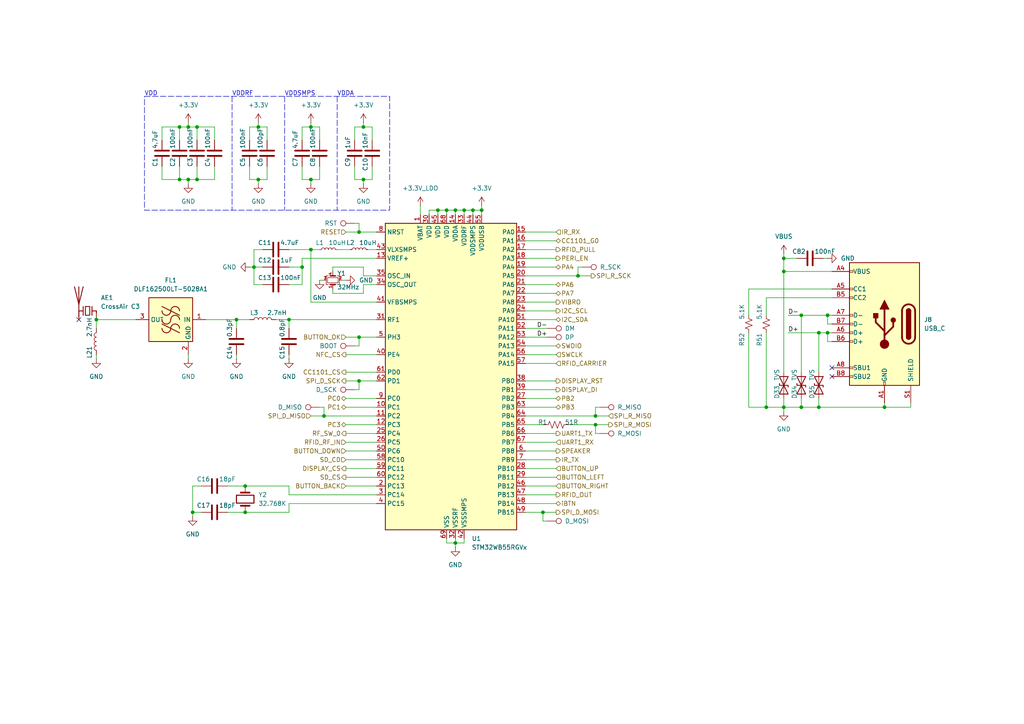
<source format=kicad_sch>
(kicad_sch (version 20231120) (generator "eeschema") (generator_version "8.0")
  (paper "A4")
  (lib_symbols
    (symbol "Connector:TestPoint" (pin_numbers hide) (pin_names (offset 0.762) hide)
      (property "Reference" "TP" (at 0 6.858 0))
      (property "Value" "TestPoint" (at 0 5.08 0))
      (symbol "TestPoint_1_1"
        (pin passive line (at 0 0 90) (length 2.54) (name "1") (number "1"))
      )
    )
    (symbol "Connector:USB_C_Receptacle_USB2.0_16P" (pin_names (offset 1.016))
      (property "Reference" "J" (at 0 22.225 0))
      (property "Value" "USB_C_Receptacle_USB2.0_16P" (at 0 19.685 0))
      (symbol "USB_C_Receptacle_USB2.0_16P_1_1"
        (pin passive line (at 0 -22.86 90) (length 5.08) (name "GND") (number "A1"))
        (pin passive line (at 0 -22.86 90) (length 5.08) hide (name "GND") (number "A12"))
        (pin passive line (at 15.24 15.24 180) (length 5.08) (name "VBUS") (number "A4"))
        (pin bidirectional line (at 15.24 10.16 180) (length 5.08) (name "CC1") (number "A5"))
        (pin bidirectional line (at 15.24 -2.54 180) (length 5.08) (name "D+") (number "A6"))
        (pin bidirectional line (at 15.24 2.54 180) (length 5.08) (name "D-") (number "A7"))
        (pin bidirectional line (at 15.24 -12.7 180) (length 5.08) (name "SBU1") (number "A8"))
        (pin passive line (at 15.24 15.24 180) (length 5.08) hide (name "VBUS") (number "A9"))
        (pin passive line (at 0 -22.86 90) (length 5.08) hide (name "GND") (number "B1"))
        (pin passive line (at 0 -22.86 90) (length 5.08) hide (name "GND") (number "B12"))
        (pin passive line (at 15.24 15.24 180) (length 5.08) hide (name "VBUS") (number "B4"))
        (pin bidirectional line (at 15.24 7.62 180) (length 5.08) (name "CC2") (number "B5"))
        (pin bidirectional line (at 15.24 -5.08 180) (length 5.08) (name "D+") (number "B6"))
        (pin bidirectional line (at 15.24 0 180) (length 5.08) (name "D-") (number "B7"))
        (pin bidirectional line (at 15.24 -15.24 180) (length 5.08) (name "SBU2") (number "B8"))
        (pin passive line (at 15.24 15.24 180) (length 5.08) hide (name "VBUS") (number "B9"))
        (pin passive line (at -7.62 -22.86 90) (length 5.08) (name "SHIELD") (number "S1"))
      )
    )
    (symbol "Device:Antenna_Chip" (pin_numbers hide) (pin_names (offset 1.016) hide)
      (property "Reference" "AE" (at 0 5.08 0))
      (property "Value" "Antenna_Chip" (at 0 3.175 0))
      (symbol "Antenna_Chip_1_1"
        (pin input line (at -2.54 -2.54 90) (length 2.54) (name "FEED") (number "1"))
        (pin passive line (at 2.54 -2.54 90) (length 2.54) (name "PCB_Trace") (number "2"))
      )
    )
    (symbol "Device:C" (pin_numbers hide) (pin_names (offset 0.254))
      (property "Reference" "C" (at 0.635 2.54 0))
      (property "Value" "C" (at 0.635 -2.54 0))
      (symbol "C_1_1"
        (pin passive line (at 0 3.81 270) (length 2.794) (name "~") (number "1"))
        (pin passive line (at 0 -3.81 90) (length 2.794) (name "~") (number "2"))
      )
    )
    (symbol "Device:Crystal" (pin_numbers hide) (pin_names (offset 1.016) hide)
      (property "Reference" "Y" (at 0 3.81 0))
      (property "Value" "Crystal" (at 0 -3.81 0))
      (symbol "Crystal_1_1"
        (pin passive line (at -3.81 0 0) (length 1.27) (name "1") (number "1"))
        (pin passive line (at 3.81 0 180) (length 1.27) (name "2") (number "2"))
      )
    )
    (symbol "Device:Crystal_GND23_Small" (pin_names (offset 1.016) hide)
      (property "Reference" "Y" (at 1.27 4.445 0))
      (property "Value" "Crystal_GND23_Small" (at 1.27 2.54 0))
      (symbol "Crystal_GND23_Small_1_1"
        (pin passive line (at -2.54 0 0) (length 1.27) (name "1") (number "1"))
        (pin passive line (at 0 -2.54 90) (length 0.635) (name "2") (number "2"))
        (pin passive line (at 0 2.54 270) (length 0.635) (name "3") (number "3"))
        (pin passive line (at 2.54 0 180) (length 1.27) (name "4") (number "4"))
      )
    )
    (symbol "Device:D_TVS" (pin_numbers hide) (pin_names (offset 1.016) hide)
      (property "Reference" "D" (at 0 2.54 0))
      (property "Value" "D_TVS" (at 0 -2.54 0))
      (symbol "D_TVS_1_1"
        (pin passive line (at -3.81 0 0) (length 2.54) (name "A1") (number "1"))
        (pin passive line (at 3.81 0 180) (length 2.54) (name "A2") (number "2"))
      )
    )
    (symbol "Device:L" (pin_numbers hide) (pin_names (offset 1.016) hide)
      (property "Reference" "L" (at -1.27 0 90))
      (property "Value" "L" (at 1.905 0 90))
      (symbol "L_1_1"
        (pin passive line (at 0 3.81 270) (length 1.27) (name "1") (number "1"))
        (pin passive line (at 0 -3.81 90) (length 1.27) (name "2") (number "2"))
      )
    )
    (symbol "Device:L_Small" (pin_numbers hide) (pin_names (offset 0.254) hide)
      (property "Reference" "L" (at 0.762 1.016 0))
      (property "Value" "L_Small" (at 0.762 -1.016 0))
      (symbol "L_Small_1_1"
        (pin passive line (at 0 2.54 270) (length 0.508) (name "~") (number "1"))
        (pin passive line (at 0 -2.54 90) (length 0.508) (name "~") (number "2"))
      )
    )
    (symbol "Device:R_Small_US" (pin_numbers hide) (pin_names (offset 0.254) hide)
      (property "Reference" "R" (at 0.762 0.508 0))
      (property "Value" "R_Small_US" (at 0.762 -1.016 0))
      (symbol "R_Small_US_1_1"
        (pin passive line (at 0 2.54 270) (length 1.016) (name "~") (number "1"))
        (pin passive line (at 0 -2.54 90) (length 1.016) (name "~") (number "2"))
      )
    )
    (symbol "Device:R_US" (pin_numbers hide) (pin_names (offset 0))
      (property "Reference" "R" (at 2.54 0 90))
      (property "Value" "R_US" (at -2.54 0 90))
      (symbol "R_US_1_1"
        (pin passive line (at 0 3.81 270) (length 1.27) (name "~") (number "1"))
        (pin passive line (at 0 -3.81 90) (length 1.27) (name "~") (number "2"))
      )
    )
    (symbol "Library:DLF162500LT-5028A1"
      (property "Reference" "FL" (at 0 10.16 0))
      (property "Value" "DLF162500LT-5028A1" (at 0 7.62 0))
      (symbol "DLF162500LT-5028A1_1_1"
        (pin input line (at -10.16 0 0) (length 3.81) (name "IN") (number "1"))
        (pin power_in line (at -5.08 -10.16 90) (length 3.81) (name "GND") (number "2"))
        (pin output line (at 10.16 0 180) (length 3.81) (name "OUT") (number "3"))
        (pin passive line (at -5.08 -10.16 90) (length 3.81) hide (name "GND") (number "4"))
      )
    )
    (symbol "MCU_ST_STM32WB:STM32WB55RGVx"
      (property "Reference" "U" (at -17.78 46.99 0))
      (property "Value" "STM32WB55RGVx" (at 12.7 46.99 0))
      (symbol "STM32WB55RGVx_1_1"
        (pin power_in line (at -7.62 48.26 270) (length 2.54) (name "VBAT") (number "1"))
        (pin bidirectional line (at -20.32 -7.62 0) (length 2.54) (name "PC1") (number "10"))
        (pin bidirectional line (at -20.32 -10.16 0) (length 2.54) (name "PC2") (number "11"))
        (pin bidirectional line (at -20.32 -12.7 0) (length 2.54) (name "PC3") (number "12"))
        (pin input line (at -20.32 35.56 0) (length 2.54) (name "VREF+") (number "13"))
        (pin power_in line (at 2.54 48.26 270) (length 2.54) (name "VDDA") (number "14"))
        (pin bidirectional line (at 22.86 43.18 180) (length 2.54) (name "PA0") (number "15"))
        (pin bidirectional line (at 22.86 40.64 180) (length 2.54) (name "PA1") (number "16"))
        (pin bidirectional line (at 22.86 38.1 180) (length 2.54) (name "PA2") (number "17"))
        (pin bidirectional line (at 22.86 35.56 180) (length 2.54) (name "PA3") (number "18"))
        (pin bidirectional line (at 22.86 33.02 180) (length 2.54) (name "PA4") (number "19"))
        (pin bidirectional line (at -20.32 -30.48 0) (length 2.54) (name "PC13") (number "2"))
        (pin bidirectional line (at 22.86 30.48 180) (length 2.54) (name "PA5") (number "20"))
        (pin bidirectional line (at 22.86 27.94 180) (length 2.54) (name "PA6") (number "21"))
        (pin bidirectional line (at 22.86 25.4 180) (length 2.54) (name "PA7") (number "22"))
        (pin bidirectional line (at 22.86 22.86 180) (length 2.54) (name "PA8") (number "23"))
        (pin bidirectional line (at 22.86 20.32 180) (length 2.54) (name "PA9") (number "24"))
        (pin bidirectional line (at -20.32 -15.24 0) (length 2.54) (name "PC4") (number "25"))
        (pin bidirectional line (at -20.32 -17.78 0) (length 2.54) (name "PC5") (number "26"))
        (pin bidirectional line (at 22.86 -5.08 180) (length 2.54) (name "PB2") (number "27"))
        (pin bidirectional line (at 22.86 -25.4 180) (length 2.54) (name "PB10") (number "28"))
        (pin bidirectional line (at 22.86 -27.94 180) (length 2.54) (name "PB11") (number "29"))
        (pin bidirectional line (at -20.32 -33.02 0) (length 2.54) (name "PC14") (number "3"))
        (pin power_in line (at -5.08 48.26 270) (length 2.54) (name "VDD") (number "30"))
        (pin bidirectional line (at -20.32 17.78 0) (length 2.54) (name "RF1") (number "31"))
        (pin power_in line (at 2.54 -45.72 90) (length 2.54) (name "VSSRF") (number "32"))
        (pin power_in line (at 5.08 48.26 270) (length 2.54) (name "VDDRF") (number "33"))
        (pin input line (at -20.32 27.94 0) (length 2.54) (name "OSC_OUT") (number "34"))
        (pin input line (at -20.32 30.48 0) (length 2.54) (name "OSC_IN") (number "35"))
        (pin no_connect line (at -17.78 -43.18 0) (length 2.54) hide (name "AT0") (number "36"))
        (pin no_connect line (at -17.78 -40.64 0) (length 2.54) hide (name "AT1") (number "37"))
        (pin bidirectional line (at 22.86 0 180) (length 2.54) (name "PB0") (number "38"))
        (pin bidirectional line (at 22.86 -2.54 180) (length 2.54) (name "PB1") (number "39"))
        (pin bidirectional line (at -20.32 -35.56 0) (length 2.54) (name "PC15") (number "4"))
        (pin bidirectional line (at -20.32 7.62 0) (length 2.54) (name "PE4") (number "40"))
        (pin input line (at -20.32 22.86 0) (length 2.54) (name "VFBSMPS") (number "41"))
        (pin power_in line (at 5.08 -45.72 90) (length 2.54) (name "VSSSMPS") (number "42"))
        (pin power_in line (at -20.32 38.1 0) (length 2.54) (name "VLXSMPS") (number "43"))
        (pin power_in line (at 7.62 48.26 270) (length 2.54) (name "VDDSMPS") (number "44"))
        (pin power_in line (at -2.54 48.26 270) (length 2.54) (name "VDD") (number "45"))
        (pin bidirectional line (at 22.86 -30.48 180) (length 2.54) (name "PB12") (number "46"))
        (pin bidirectional line (at 22.86 -33.02 180) (length 2.54) (name "PB13") (number "47"))
        (pin bidirectional line (at 22.86 -35.56 180) (length 2.54) (name "PB14") (number "48"))
        (pin bidirectional line (at 22.86 -38.1 180) (length 2.54) (name "PB15") (number "49"))
        (pin bidirectional line (at -20.32 12.7 0) (length 2.54) (name "PH3") (number "5"))
        (pin bidirectional line (at -20.32 -20.32 0) (length 2.54) (name "PC6") (number "50"))
        (pin bidirectional line (at 22.86 17.78 180) (length 2.54) (name "PA10") (number "51"))
        (pin bidirectional line (at 22.86 15.24 180) (length 2.54) (name "PA11") (number "52"))
        (pin bidirectional line (at 22.86 12.7 180) (length 2.54) (name "PA12") (number "53"))
        (pin bidirectional line (at 22.86 10.16 180) (length 2.54) (name "PA13") (number "54"))
        (pin power_in line (at 10.16 48.26 270) (length 2.54) (name "VDDUSB") (number "55"))
        (pin bidirectional line (at 22.86 7.62 180) (length 2.54) (name "PA14") (number "56"))
        (pin bidirectional line (at 22.86 5.08 180) (length 2.54) (name "PA15") (number "57"))
        (pin bidirectional line (at -20.32 -22.86 0) (length 2.54) (name "PC10") (number "58"))
        (pin bidirectional line (at -20.32 -25.4 0) (length 2.54) (name "PC11") (number "59"))
        (pin bidirectional line (at 22.86 -20.32 180) (length 2.54) (name "PB8") (number "6"))
        (pin bidirectional line (at -20.32 -27.94 0) (length 2.54) (name "PC12") (number "60"))
        (pin bidirectional line (at -20.32 2.54 0) (length 2.54) (name "PD0") (number "61"))
        (pin bidirectional line (at -20.32 0 0) (length 2.54) (name "PD1") (number "62"))
        (pin bidirectional line (at 22.86 -7.62 180) (length 2.54) (name "PB3") (number "63"))
        (pin bidirectional line (at 22.86 -10.16 180) (length 2.54) (name "PB4") (number "64"))
        (pin bidirectional line (at 22.86 -12.7 180) (length 2.54) (name "PB5") (number "65"))
        (pin bidirectional line (at 22.86 -15.24 180) (length 2.54) (name "PB6") (number "66"))
        (pin bidirectional line (at 22.86 -17.78 180) (length 2.54) (name "PB7") (number "67"))
        (pin power_in line (at 0 48.26 270) (length 2.54) (name "VDD") (number "68"))
        (pin power_in line (at 0 -45.72 90) (length 2.54) (name "VSS") (number "69"))
        (pin bidirectional line (at 22.86 -22.86 180) (length 2.54) (name "PB9") (number "7"))
        (pin input line (at -20.32 43.18 0) (length 2.54) (name "NRST") (number "8"))
        (pin bidirectional line (at -20.32 -5.08 0) (length 2.54) (name "PC0") (number "9"))
      )
    )
    (symbol "power:+3.3V" (power) (pin_numbers hide) (pin_names (offset 0) hide)
      (property "Value" "+3.3V" (at 0 3.556 0))
      (symbol "+3.3V_1_1"
        (pin power_in line (at 0 0 90) (length 0) (name "~") (number "1"))
      )
    )
    (symbol "power:GND" (power) (pin_numbers hide) (pin_names (offset 0) hide)
      (property "Value" "GND" (at 0 -3.81 0))
      (symbol "GND_1_1"
        (pin power_in line (at 0 0 270) (length 0) (name "~") (number "1"))
      )
    )
    (symbol "power:VBUS" (power) (pin_numbers hide) (pin_names (offset 0) hide)
      (property "Value" "VBUS" (at 0 3.556 0))
      (symbol "VBUS_1_1"
        (pin power_in line (at 0 0 90) (length 0) (name "~") (number "1"))
      )
    )
    (symbol "power:VCC" (power) (pin_numbers hide) (pin_names (offset 0) hide)
      (property "Value" "VCC" (at 0 3.556 0))
      (symbol "VCC_1_1"
        (pin power_in line (at 0 0 90) (length 0) (name "~") (number "1"))
      )
    )
  )
  (junction (at 137.16 60.96))
  (junction (at 104.14 110.49))
  (junction (at 71.12 148.59))
  (junction (at 134.62 60.96))
  (junction (at 27.94 92.71))
  (junction (at 240.03 96.52))
  (junction (at 157.48 148.59))
  (junction (at 90.17 36.83))
  (junction (at 129.54 60.96))
  (junction (at 139.7 60.96))
  (junction (at 167.64 80.01))
  (junction (at 57.15 52.07))
  (junction (at 57.15 36.83))
  (junction (at 256.54 118.11))
  (junction (at 54.61 52.07))
  (junction (at 74.93 36.83))
  (junction (at 232.41 118.11))
  (junction (at 172.72 123.19))
  (junction (at 71.12 140.97))
  (junction (at 83.82 92.71))
  (junction (at 227.33 74.93))
  (junction (at 87.63 77.47))
  (junction (at 93.98 120.65))
  (junction (at 90.17 52.07))
  (junction (at 237.49 96.52))
  (junction (at 55.88 148.59))
  (junction (at 104.14 97.79))
  (junction (at 172.72 120.65))
  (junction (at 240.03 91.44))
  (junction (at 237.49 118.11))
  (junction (at 54.61 36.83))
  (junction (at 52.07 52.07))
  (junction (at 73.66 77.47))
  (junction (at 104.14 67.31))
  (junction (at 74.93 52.07))
  (junction (at 105.41 52.07))
  (junction (at 227.33 118.11))
  (junction (at 132.08 157.48))
  (junction (at 90.17 72.39))
  (junction (at 52.07 36.83))
  (junction (at 232.41 91.44))
  (junction (at 68.58 92.71))
  (junction (at 222.25 118.11))
  (junction (at 132.08 60.96))
  (junction (at 105.41 36.83))
  (junction (at 227.33 78.74))
  (junction (at 127 60.96))
  (no_connect (at 241.3 109.22))
  (no_connect (at 22.86 92.71))
  (no_connect (at 241.3 106.68))
  (wire (pts (xy 161.29 115.57) (xy 152.4 115.57)))
  (wire (pts (xy 100.33 123.19) (xy 109.22 123.19)))
  (wire (pts (xy 74.93 52.07) (xy 77.47 52.07)))
  (wire (pts (xy 161.29 77.47) (xy 152.4 77.47)))
  (wire (pts (xy 58.42 140.97) (xy 55.88 140.97)))
  (wire (pts (xy 57.15 36.83) (xy 54.61 36.83)))
  (wire (pts (xy 105.41 85.09) (xy 105.41 82.55)))
  (wire (pts (xy 87.63 77.47) (xy 87.63 82.55)))
  (wire (pts (xy 105.41 77.47) (xy 105.41 80.01)))
  (wire (pts (xy 173.99 125.73) (xy 172.72 125.73)))
  (wire (pts (xy 232.41 91.44) (xy 228.6 91.44)))
  (wire (pts (xy 132.08 157.48) (xy 132.08 158.75)))
  (polyline (pts (xy 97.79 27.94) (xy 97.79 60.96)) (stroke (width 0) (type dash)))
  (wire (pts (xy 157.48 151.13) (xy 157.48 148.59)))
  (wire (pts (xy 161.29 140.97) (xy 152.4 140.97)))
  (wire (pts (xy 256.54 118.11) (xy 256.54 116.84)))
  (wire (pts (xy 105.41 52.07) (xy 107.95 52.07)))
  (wire (pts (xy 157.48 148.59) (xy 152.4 148.59)))
  (wire (pts (xy 102.87 52.07) (xy 105.41 52.07)))
  (wire (pts (xy 105.41 82.55) (xy 109.22 82.55)))
  (wire (pts (xy 240.03 99.06) (xy 241.3 99.06)))
  (wire (pts (xy 109.22 130.81) (xy 100.33 130.81)))
  (wire (pts (xy 90.17 52.07) (xy 90.17 53.34)))
  (wire (pts (xy 161.29 133.35) (xy 152.4 133.35)))
  (wire (pts (xy 109.22 135.89) (xy 100.33 135.89)))
  (wire (pts (xy 54.61 52.07) (xy 57.15 52.07)))
  (wire (pts (xy 52.07 48.26) (xy 52.07 52.07)))
  (wire (pts (xy 222.25 86.36) (xy 222.25 91.44)))
  (wire (pts (xy 92.71 118.11) (xy 93.98 118.11)))
  (wire (pts (xy 83.82 92.71) (xy 109.22 92.71)))
  (wire (pts (xy 54.61 36.83) (xy 52.07 36.83)))
  (wire (pts (xy 87.63 74.93) (xy 109.22 74.93)))
  (wire (pts (xy 161.29 125.73) (xy 152.4 125.73)))
  (wire (pts (xy 172.72 118.11) (xy 172.72 120.65)))
  (wire (pts (xy 83.82 146.05) (xy 109.22 146.05)))
  (wire (pts (xy 46.99 36.83) (xy 52.07 36.83)))
  (wire (pts (xy 96.52 85.09) (xy 105.41 85.09)))
  (wire (pts (xy 71.12 148.59) (xy 83.82 148.59)))
  (wire (pts (xy 240.03 96.52) (xy 240.03 99.06)))
  (wire (pts (xy 173.99 118.11) (xy 172.72 118.11)))
  (wire (pts (xy 232.41 115.57) (xy 232.41 118.11)))
  (wire (pts (xy 27.94 92.71) (xy 27.94 95.25)))
  (wire (pts (xy 68.58 92.71) (xy 59.69 92.71)))
  (wire (pts (xy 68.58 102.87) (xy 68.58 104.14)))
  (wire (pts (xy 105.41 36.83) (xy 102.87 36.83)))
  (wire (pts (xy 161.29 105.41) (xy 152.4 105.41)))
  (wire (pts (xy 161.29 135.89) (xy 152.4 135.89)))
  (wire (pts (xy 107.95 36.83) (xy 105.41 36.83)))
  (wire (pts (xy 176.53 120.65) (xy 172.72 120.65)))
  (wire (pts (xy 161.29 148.59) (xy 157.48 148.59)))
  (wire (pts (xy 240.03 91.44) (xy 240.03 93.98)))
  (wire (pts (xy 105.41 80.01) (xy 109.22 80.01)))
  (wire (pts (xy 27.94 92.71) (xy 39.37 92.71)))
  (wire (pts (xy 55.88 148.59) (xy 55.88 149.86)))
  (wire (pts (xy 134.62 156.21) (xy 134.62 157.48)))
  (wire (pts (xy 90.17 72.39) (xy 92.71 72.39)))
  (wire (pts (xy 124.46 60.96) (xy 127 60.96)))
  (wire (pts (xy 73.66 77.47) (xy 72.39 77.47)))
  (wire (pts (xy 237.49 115.57) (xy 237.49 118.11)))
  (wire (pts (xy 217.17 83.82) (xy 217.17 91.44)))
  (wire (pts (xy 100.33 118.11) (xy 109.22 118.11)))
  (wire (pts (xy 62.23 40.64) (xy 62.23 36.83)))
  (wire (pts (xy 92.71 48.26) (xy 92.71 52.07)))
  (wire (pts (xy 168.91 77.47) (xy 167.64 77.47)))
  (wire (pts (xy 102.87 36.83) (xy 102.87 40.64)))
  (wire (pts (xy 139.7 60.96) (xy 139.7 62.23)))
  (wire (pts (xy 73.66 77.47) (xy 76.2 77.47)))
  (wire (pts (xy 132.08 62.23) (xy 132.08 60.96)))
  (wire (pts (xy 102.87 48.26) (xy 102.87 52.07)))
  (wire (pts (xy 96.52 83.82) (xy 96.52 85.09)))
  (wire (pts (xy 232.41 91.44) (xy 232.41 107.95)))
  (wire (pts (xy 161.29 128.27) (xy 152.4 128.27)))
  (wire (pts (xy 172.72 120.65) (xy 152.4 120.65)))
  (wire (pts (xy 237.49 96.52) (xy 228.6 96.52)))
  (wire (pts (xy 96.52 78.74) (xy 96.52 77.47)))
  (wire (pts (xy 100.33 102.87) (xy 109.22 102.87)))
  (wire (pts (xy 54.61 35.56) (xy 54.61 36.83)))
  (wire (pts (xy 105.41 52.07) (xy 105.41 53.34)))
  (wire (pts (xy 158.75 95.25) (xy 152.4 95.25)))
  (wire (pts (xy 124.46 62.23) (xy 124.46 60.96)))
  (wire (pts (xy 232.41 91.44) (xy 240.03 91.44)))
  (wire (pts (xy 172.72 123.19) (xy 165.1 123.19)))
  (wire (pts (xy 161.29 100.33) (xy 152.4 100.33)))
  (wire (pts (xy 240.03 91.44) (xy 241.3 91.44)))
  (wire (pts (xy 127 60.96) (xy 129.54 60.96)))
  (wire (pts (xy 83.82 148.59) (xy 83.82 146.05)))
  (wire (pts (xy 90.17 36.83) (xy 87.63 36.83)))
  (wire (pts (xy 227.33 78.74) (xy 227.33 74.93)))
  (wire (pts (xy 217.17 118.11) (xy 222.25 118.11)))
  (wire (pts (xy 161.29 118.11) (xy 152.4 118.11)))
  (wire (pts (xy 109.22 140.97) (xy 100.33 140.97)))
  (wire (pts (xy 139.7 59.69) (xy 139.7 60.96)))
  (wire (pts (xy 109.22 87.63) (xy 90.17 87.63)))
  (wire (pts (xy 87.63 48.26) (xy 87.63 52.07)))
  (wire (pts (xy 227.33 78.74) (xy 227.33 107.95)))
  (wire (pts (xy 100.33 128.27) (xy 109.22 128.27)))
  (wire (pts (xy 62.23 52.07) (xy 57.15 52.07)))
  (wire (pts (xy 104.14 64.77) (xy 104.14 67.31)))
  (wire (pts (xy 137.16 60.96) (xy 137.16 62.23)))
  (wire (pts (xy 241.3 83.82) (xy 217.17 83.82)))
  (wire (pts (xy 54.61 102.87) (xy 54.61 104.14)))
  (wire (pts (xy 232.41 118.11) (xy 237.49 118.11)))
  (wire (pts (xy 83.82 77.47) (xy 87.63 77.47)))
  (wire (pts (xy 161.29 85.09) (xy 152.4 85.09)))
  (polyline (pts (xy 67.31 27.94) (xy 67.31 60.96)) (stroke (width 0) (type dash)))
  (wire (pts (xy 100.33 115.57) (xy 109.22 115.57)))
  (wire (pts (xy 132.08 60.96) (xy 134.62 60.96)))
  (wire (pts (xy 46.99 48.26) (xy 46.99 52.07)))
  (wire (pts (xy 104.14 110.49) (xy 109.22 110.49)))
  (wire (pts (xy 237.49 96.52) (xy 240.03 96.52)))
  (wire (pts (xy 83.82 143.51) (xy 109.22 143.51)))
  (wire (pts (xy 90.17 52.07) (xy 92.71 52.07)))
  (wire (pts (xy 161.29 138.43) (xy 152.4 138.43)))
  (wire (pts (xy 161.29 143.51) (xy 152.4 143.51)))
  (wire (pts (xy 68.58 95.25) (xy 68.58 92.71)))
  (wire (pts (xy 129.54 156.21) (xy 129.54 157.48)))
  (wire (pts (xy 161.29 130.81) (xy 152.4 130.81)))
  (wire (pts (xy 227.33 74.93) (xy 231.14 74.93)))
  (wire (pts (xy 157.48 123.19) (xy 152.4 123.19)))
  (wire (pts (xy 105.41 35.56) (xy 105.41 36.83)))
  (wire (pts (xy 222.25 96.52) (xy 222.25 118.11)))
  (wire (pts (xy 237.49 118.11) (xy 256.54 118.11)))
  (wire (pts (xy 92.71 81.28) (xy 93.98 81.28)))
  (wire (pts (xy 74.93 35.56) (xy 74.93 36.83)))
  (wire (pts (xy 93.98 120.65) (xy 109.22 120.65)))
  (wire (pts (xy 66.04 148.59) (xy 71.12 148.59)))
  (wire (pts (xy 161.29 67.31) (xy 152.4 67.31)))
  (wire (pts (xy 264.16 118.11) (xy 264.16 116.84)))
  (wire (pts (xy 87.63 82.55) (xy 83.82 82.55)))
  (wire (pts (xy 74.93 36.83) (xy 72.39 36.83)))
  (wire (pts (xy 241.3 86.36) (xy 222.25 86.36)))
  (wire (pts (xy 93.98 118.11) (xy 93.98 120.65)))
  (wire (pts (xy 161.29 146.05) (xy 152.4 146.05)))
  (wire (pts (xy 62.23 36.83) (xy 57.15 36.83)))
  (wire (pts (xy 227.33 74.93) (xy 227.33 73.66)))
  (wire (pts (xy 80.01 92.71) (xy 83.82 92.71)))
  (wire (pts (xy 83.82 92.71) (xy 83.82 95.25)))
  (wire (pts (xy 222.25 118.11) (xy 227.33 118.11)))
  (wire (pts (xy 104.14 100.33) (xy 104.14 97.79)))
  (wire (pts (xy 97.79 72.39) (xy 101.6 72.39)))
  (wire (pts (xy 227.33 115.57) (xy 227.33 118.11)))
  (wire (pts (xy 52.07 36.83) (xy 52.07 40.64)))
  (wire (pts (xy 87.63 52.07) (xy 90.17 52.07)))
  (wire (pts (xy 104.14 97.79) (xy 109.22 97.79)))
  (wire (pts (xy 62.23 48.26) (xy 62.23 52.07)))
  (wire (pts (xy 129.54 157.48) (xy 132.08 157.48)))
  (wire (pts (xy 74.93 52.07) (xy 74.93 53.34)))
  (wire (pts (xy 107.95 48.26) (xy 107.95 52.07)))
  (wire (pts (xy 172.72 125.73) (xy 172.72 123.19)))
  (wire (pts (xy 161.29 110.49) (xy 152.4 110.49)))
  (wire (pts (xy 46.99 52.07) (xy 52.07 52.07)))
  (wire (pts (xy 46.99 40.64) (xy 46.99 36.83)))
  (wire (pts (xy 100.33 107.95) (xy 109.22 107.95)))
  (wire (pts (xy 83.82 140.97) (xy 71.12 140.97)))
  (wire (pts (xy 161.29 113.03) (xy 152.4 113.03)))
  (wire (pts (xy 240.03 74.93) (xy 238.76 74.93)))
  (wire (pts (xy 83.82 102.87) (xy 83.82 104.14)))
  (wire (pts (xy 90.17 87.63) (xy 90.17 72.39)))
  (wire (pts (xy 100.33 125.73) (xy 109.22 125.73)))
  (wire (pts (xy 104.14 113.03) (xy 104.14 110.49)))
  (wire (pts (xy 134.62 157.48) (xy 132.08 157.48)))
  (wire (pts (xy 77.47 48.26) (xy 77.47 52.07)))
  (wire (pts (xy 73.66 72.39) (xy 76.2 72.39)))
  (wire (pts (xy 77.47 40.64) (xy 77.47 36.83)))
  (wire (pts (xy 87.63 36.83) (xy 87.63 40.64)))
  (wire (pts (xy 137.16 60.96) (xy 139.7 60.96)))
  (wire (pts (xy 72.39 48.26) (xy 72.39 52.07)))
  (wire (pts (xy 161.29 82.55) (xy 152.4 82.55)))
  (wire (pts (xy 52.07 52.07) (xy 54.61 52.07)))
  (wire (pts (xy 109.22 138.43) (xy 100.33 138.43)))
  (wire (pts (xy 176.53 123.19) (xy 172.72 123.19)))
  (wire (pts (xy 54.61 52.07) (xy 54.61 53.34)))
  (wire (pts (xy 132.08 157.48) (xy 132.08 156.21)))
  (wire (pts (xy 107.95 40.64) (xy 107.95 36.83)))
  (wire (pts (xy 227.33 118.11) (xy 227.33 119.38)))
  (wire (pts (xy 72.39 36.83) (xy 72.39 40.64)))
  (wire (pts (xy 121.92 59.69) (xy 121.92 62.23)))
  (wire (pts (xy 161.29 69.85) (xy 152.4 69.85)))
  (wire (pts (xy 227.33 78.74) (xy 241.3 78.74)))
  (wire (pts (xy 100.33 97.79) (xy 104.14 97.79)))
  (wire (pts (xy 161.29 87.63) (xy 152.4 87.63)))
  (wire (pts (xy 102.87 100.33) (xy 104.14 100.33)))
  (wire (pts (xy 55.88 148.59) (xy 58.42 148.59)))
  (wire (pts (xy 129.54 60.96) (xy 132.08 60.96)))
  (wire (pts (xy 100.33 110.49) (xy 104.14 110.49)))
  (wire (pts (xy 167.64 77.47) (xy 167.64 80.01)))
  (wire (pts (xy 57.15 48.26) (xy 57.15 52.07)))
  (wire (pts (xy 92.71 36.83) (xy 90.17 36.83)))
  (wire (pts (xy 256.54 118.11) (xy 264.16 118.11)))
  (wire (pts (xy 161.29 92.71) (xy 152.4 92.71)))
  (wire (pts (xy 109.22 133.35) (xy 100.33 133.35)))
  (wire (pts (xy 227.33 118.11) (xy 232.41 118.11)))
  (wire (pts (xy 66.04 140.97) (xy 71.12 140.97)))
  (wire (pts (xy 127 60.96) (xy 127 62.23)))
  (wire (pts (xy 102.87 64.77) (xy 104.14 64.77)))
  (wire (pts (xy 68.58 92.71) (xy 72.39 92.71)))
  (wire (pts (xy 134.62 60.96) (xy 134.62 62.23)))
  (wire (pts (xy 161.29 90.17) (xy 152.4 90.17)))
  (wire (pts (xy 106.68 72.39) (xy 109.22 72.39)))
  (wire (pts (xy 76.2 82.55) (xy 73.66 82.55)))
  (wire (pts (xy 240.03 96.52) (xy 241.3 96.52)))
  (wire (pts (xy 90.17 35.56) (xy 90.17 36.83)))
  (wire (pts (xy 83.82 72.39) (xy 90.17 72.39)))
  (wire (pts (xy 104.14 67.31) (xy 109.22 67.31)))
  (wire (pts (xy 171.45 80.01) (xy 167.64 80.01)))
  (wire (pts (xy 161.29 102.87) (xy 152.4 102.87)))
  (polyline (pts (xy 82.55 27.94) (xy 82.55 60.96)) (stroke (width 0) (type dash)))
  (wire (pts (xy 167.64 80.01) (xy 152.4 80.01)))
  (wire (pts (xy 134.62 60.96) (xy 137.16 60.96)))
  (wire (pts (xy 27.94 102.87) (xy 27.94 104.14)))
  (wire (pts (xy 129.54 60.96) (xy 129.54 62.23)))
  (wire (pts (xy 55.88 140.97) (xy 55.88 148.59)))
  (wire (pts (xy 102.87 113.03) (xy 104.14 113.03)))
  (wire (pts (xy 72.39 52.07) (xy 74.93 52.07)))
  (wire (pts (xy 92.71 40.64) (xy 92.71 36.83)))
  (wire (pts (xy 240.03 93.98) (xy 241.3 93.98)))
  (wire (pts (xy 99.06 81.28) (xy 100.33 81.28)))
  (wire (pts (xy 152.4 97.79) (xy 158.75 97.79)))
  (wire (pts (xy 83.82 143.51) (xy 83.82 140.97)))
  (wire (pts (xy 161.29 74.93) (xy 152.4 74.93)))
  (wire (pts (xy 73.66 72.39) (xy 73.66 77.47)))
  (wire (pts (xy 100.33 67.31) (xy 104.14 67.31)))
  (wire (pts (xy 96.52 77.47) (xy 105.41 77.47)))
  (wire (pts (xy 87.63 74.93) (xy 87.63 77.47)))
  (wire (pts (xy 217.17 96.52) (xy 217.17 118.11)))
  (wire (pts (xy 77.47 36.83) (xy 74.93 36.83)))
  (wire (pts (xy 73.66 77.47) (xy 73.66 82.55)))
  (wire (pts (xy 161.29 72.39) (xy 152.4 72.39)))
  (wire (pts (xy 57.15 40.64) (xy 57.15 36.83)))
  (wire (pts (xy 158.75 151.13) (xy 157.48 151.13)))
  (wire (pts (xy 90.17 120.65) (xy 93.98 120.65)))
  (wire (pts (xy 237.49 96.52) (xy 237.49 107.95)))
  (rectangle (start 41.91 27.94) (end 113.03 60.96) (stroke (width 0) (type dash)))
  (text "VDDRF" (at 67.31 27.94 0) (effects (font (size 1.27 1.27)) (justify left bottom)))
  (text "VDDSMPS" (at 82.55 27.94 0) (effects (font (size 1.27 1.27)) (justify left bottom)))
  (text "VDDA" (at 97.79 27.94 0) (effects (font (size 1.27 1.27)) (justify left bottom)))
  (text "VDD" (at 41.91 27.94 0) (effects (font (size 1.27 1.27)) (justify left bottom)))
  (label "D-" (at 228.6 91.44 0))
  (label "D-" (at 158.75 95.25 180))
  (label "D+" (at 158.75 97.79 180))
  (label "D+" (at 228.6 96.52 0))
  (hierarchical_label "BUTTON_UP" (shape input) (at 161.29 135.89 0))
  (hierarchical_label "NFC_CS" (shape output) (at 100.33 102.87 180))
  (hierarchical_label "PA7" (shape bidirectional) (at 161.29 85.09 0))
  (hierarchical_label "PA6" (shape bidirectional) (at 161.29 82.55 0))
  (hierarchical_label "SPI_D_MOSI" (shape output) (at 161.29 148.59 0))
  (hierarchical_label "PC3" (shape bidirectional) (at 100.33 123.19 180))
  (hierarchical_label "CC1101_CS" (shape output) (at 100.33 107.95 180))
  (hierarchical_label "DISPLAY_DI" (shape output) (at 161.29 113.03 0))
  (hierarchical_label "PC1" (shape bidirectional) (at 100.33 118.11 180))
  (hierarchical_label "RFID_RF_IN" (shape input) (at 100.33 128.27 180))
  (hierarchical_label "DISPLAY_CS" (shape output) (at 100.33 135.89 180))
  (hierarchical_label "PC0" (shape bidirectional) (at 100.33 115.57 180))
  (hierarchical_label "PERI_EN" (shape output) (at 161.29 74.93 0))
  (hierarchical_label "IR_RX" (shape input) (at 161.29 67.31 0))
  (hierarchical_label "BUTTON_OK" (shape input) (at 100.33 97.79 180))
  (hierarchical_label "RFID_CARRIER" (shape input) (at 161.29 105.41 0))
  (hierarchical_label "DISPLAY_RST" (shape output) (at 161.29 110.49 0))
  (hierarchical_label "BUTTON_BACK" (shape input) (at 100.33 140.97 180))
  (hierarchical_label "I2C_SDA" (shape bidirectional) (at 161.29 92.71 0))
  (hierarchical_label "UART1_TX" (shape output) (at 161.29 125.73 0))
  (hierarchical_label "SWDIO" (shape bidirectional) (at 161.29 100.33 0))
  (hierarchical_label "PB3" (shape bidirectional) (at 161.29 118.11 0))
  (hierarchical_label "CC1101_G0" (shape bidirectional) (at 161.29 69.85 0))
  (hierarchical_label "BUTTON_LEFT" (shape input) (at 161.29 138.43 0))
  (hierarchical_label "SD_CS" (shape output) (at 100.33 138.43 180))
  (hierarchical_label "SPI_D_SCK" (shape output) (at 100.33 110.49 180))
  (hierarchical_label "BUTTON_DOWN" (shape input) (at 100.33 130.81 180))
  (hierarchical_label "UART1_RX" (shape input) (at 161.29 128.27 0))
  (hierarchical_label "RF_SW_0" (shape output) (at 100.33 125.73 180))
  (hierarchical_label "SPI_R_SCK" (shape output) (at 171.45 80.01 0))
  (hierarchical_label "iBTN" (shape bidirectional) (at 161.29 146.05 0))
  (hierarchical_label "RESET" (shape input) (at 100.33 67.31 180))
  (hierarchical_label "RFID_OUT" (shape output) (at 161.29 143.51 0))
  (hierarchical_label "SPI_R_MOSI" (shape output) (at 176.53 123.19 0))
  (hierarchical_label "SPEAKER" (shape output) (at 161.29 130.81 0))
  (hierarchical_label "SD_CD" (shape input) (at 100.33 133.35 180))
  (hierarchical_label "SWCLK" (shape input) (at 161.29 102.87 0))
  (hierarchical_label "BUTTON_RIGHT" (shape input) (at 161.29 140.97 0))
  (hierarchical_label "SPI_D_MISO" (shape input) (at 90.17 120.65 180))
  (hierarchical_label "SPI_R_MISO" (shape input) (at 176.53 120.65 0))
  (hierarchical_label "VIBRO" (shape output) (at 161.29 87.63 0))
  (hierarchical_label "IR_TX" (shape output) (at 161.29 133.35 0))
  (hierarchical_label "PA4" (shape bidirectional) (at 161.29 77.47 0))
  (hierarchical_label "PB2" (shape bidirectional) (at 161.29 115.57 0))
  (hierarchical_label "I2C_SCL" (shape output) (at 161.29 90.17 0))
  (hierarchical_label "RFID_PULL" (shape output) (at 161.29 72.39 0))
  (symbol (lib_id "Device:C") (at 46.99 44.45 180) (unit 1)
    (property "Reference" "C1" (at 45.72 45.72 90) (effects (justify left top)))
    (property "Value" "4.7uF" (at 45.72 43.18 90) (effects (justify right top)))
    (property "Footprint" "Capacitor_SMD:C_0402_1005Metric" (effects (hide yes)))
    (property "Description" "Unpolarized capacitor" (effects (hide yes)))
  )
  (symbol (lib_id "power:VBUS") (at 227.33 73.66 0) (unit 1)
    (property "Reference" "#PWR0139" (effects (hide yes)))
    (property "Value" "VBUS" (at 227.33 68.58 0))
    (property "Description" "Power symbol creates a global label with name \"VBUS\"" (effects (hide yes)))
  )
  (symbol (lib_id "Device:C") (at 80.01 82.55 90) (unit 1)
    (property "Reference" "C13" (at 78.74 81.28 90) (effects (justify left top)))
    (property "Value" "100nF" (at 81.28 81.28 90) (effects (justify right top)))
    (property "Footprint" "Capacitor_SMD:C_0402_1005Metric" (effects (hide yes)))
    (property "Description" "Unpolarized capacitor" (effects (hide yes)))
  )
  (symbol (lib_id "Device:C") (at 62.23 140.97 90) (unit 1)
    (property "Reference" "C16" (at 60.96 139.7 90) (effects (justify left top)))
    (property "Value" "18pF" (at 63.5 139.7 90) (effects (justify right top)))
    (property "Footprint" "Capacitor_SMD:C_0402_1005Metric" (effects (hide yes)))
    (property "Description" "Unpolarized capacitor" (effects (hide yes)))
  )
  (symbol (lib_id "Device:Crystal") (at 71.12 144.78 90) (unit 1)
    (property "Reference" "Y2" (at 74.93 143.5099 90) (effects (justify right)))
    (property "Value" "32.768K" (at 74.93 146.0499 90) (effects (justify right)))
    (property "Footprint" "Crystal:Crystal_SMD_2012-2Pin_2.0x1.2mm" (effects (hide yes)))
    (property "Description" "Two pin crystal" (effects (hide yes)))
  )
  (symbol (lib_id "Device:C") (at 80.01 72.39 90) (unit 1)
    (property "Reference" "C11" (at 78.74 71.12 90) (effects (justify left top)))
    (property "Value" "4.7uF" (at 81.28 71.12 90) (effects (justify right top)))
    (property "Footprint" "Capacitor_SMD:C_0402_1005Metric" (effects (hide yes)))
    (property "Description" "Unpolarized capacitor" (effects (hide yes)))
  )
  (symbol (lib_id "Device:C") (at 87.63 44.45 180) (unit 1)
    (property "Reference" "C7" (at 86.36 45.72 90) (effects (justify left top)))
    (property "Value" "4.7uF" (at 86.36 43.18 90) (effects (justify right top)))
    (property "Footprint" "Capacitor_SMD:C_0402_1005Metric" (effects (hide yes)))
    (property "Description" "Unpolarized capacitor" (effects (hide yes)))
  )
  (symbol (lib_id "Device:C") (at 68.58 99.06 180) (unit 1)
    (property "Reference" "C14" (at 67.31 100.33 90) (effects (justify left top)))
    (property "Value" "0.3pF" (at 67.31 97.79 90) (effects (justify right top)))
    (property "Footprint" "Capacitor_SMD:C_0402_1005Metric" (effects (hide yes)))
    (property "Description" "Unpolarized capacitor" (effects (hide yes)))
  )
  (symbol (lib_id "Device:L") (at 27.94 99.06 180) (unit 1)
    (property "Reference" "L21" (at 26.67 100.33 90) (effects (justify left top)))
    (property "Value" "2.7nH" (at 26.67 97.79 90) (effects (justify right top)))
    (property "Footprint" "Inductor_SMD:L_0402_1005Metric" (effects (hide yes)))
    (property "Description" "Inductor" (effects (hide yes)))
  )
  (symbol (lib_id "Device:R_Small_US") (at 217.17 93.98 180) (unit 1)
    (property "Reference" "R52" (at 215.9 96.52 90) (effects (justify left top)))
    (property "Value" "5.1K" (at 215.9 92.71 90) (effects (justify right top)))
    (property "Footprint" "Resistor_SMD:R_0402_1005Metric" (effects (hide yes)))
    (property "Description" "Resistor, small US symbol" (effects (hide yes)))
  )
  (symbol (lib_id "Device:C") (at 83.82 99.06 180) (unit 1)
    (property "Reference" "C15" (at 82.55 100.33 90) (effects (justify left top)))
    (property "Value" "0.8pF" (at 82.55 97.79 90) (effects (justify right top)))
    (property "Footprint" "Capacitor_SMD:C_0402_1005Metric" (effects (hide yes)))
    (property "Description" "Unpolarized capacitor" (effects (hide yes)))
  )
  (symbol (lib_id "Device:L_Small") (at 104.14 72.39 90) (unit 1)
    (property "Reference" "L2" (at 102.87 71.12 90) (effects (justify left top)))
    (property "Value" "10uH" (at 104.14 71.12 90) (effects (justify right top)))
    (property "Footprint" "Inductor_SMD:L_0805_2012Metric" (effects (hide yes)))
    (property "Description" "Inductor, small symbol" (effects (hide yes)))
  )
  (symbol (lib_id "power:GND") (at 105.41 53.34 0) (unit 1)
    (property "Reference" "#PWR08" (effects (hide yes)))
    (property "Value" "GND" (at 105.41 58.42 0))
    (property "Description" "Power symbol creates a global label with name \"GND\" , ground" (effects (hide yes)))
  )
  (symbol (lib_id "power:+3.3V") (at 54.61 35.56 0) (unit 1)
    (property "Reference" "#PWR01" (effects (hide yes)))
    (property "Value" "+3.3V" (at 54.61 30.48 0))
    (property "Description" "Power symbol creates a global label with name \"+3.3V\"" (effects (hide yes)))
  )
  (symbol (lib_id "Device:D_TVS") (at 237.49 111.76 270) (unit 1)
    (property "Reference" "D35" (at 236.22 111.76 0) (effects (justify left top)))
    (property "Value" "TVS" (at 236.22 110.49 0) (effects (justify right top)))
    (property "Footprint" "Diode_SMD:D_0201_0603Metric" (effects (hide yes)))
    (property "Description" "Bidirectional transient-voltage-suppression diode" (effects (hide yes)))
  )
  (symbol (lib_id "Device:C") (at 80.01 77.47 90) (unit 1)
    (property "Reference" "C12" (at 78.74 76.2 90) (effects (justify left top)))
    (property "Value" "1uF" (at 81.28 76.2 90) (effects (justify right top)))
    (property "Footprint" "Capacitor_SMD:C_0402_1005Metric" (effects (hide yes)))
    (property "Description" "Unpolarized capacitor" (effects (hide yes)))
  )
  (symbol (lib_id "Device:Antenna_Chip") (at 25.4 90.17 0) (mirror y) (unit 1)
    (property "Reference" "AE1" (at 29.21 86.3599 0) (effects (justify right)))
    (property "Value" "CrossAir C3" (at 29.21 88.8999 0) (effects (justify right)))
    (property "Footprint" "Library:CrossAir-C3" (effects (hide yes)))
    (property "Description" "Ceramic chip antenna with pin for PCB trace" (effects (hide yes)))
  )
  (symbol (lib_id "Device:R_US") (at 161.29 123.19 90) (unit 1)
    (property "Reference" "R1" (at 158.75 123.19 90) (effects (justify left top)))
    (property "Value" "51R" (at 163.83 123.19 90) (effects (justify right top)))
    (property "Footprint" "Resistor_SMD:R_0402_1005Metric" (effects (hide yes)))
    (property "Description" "Resistor, US symbol" (effects (hide yes)))
  )
  (symbol (lib_id "Connector:TestPoint") (at 92.71 118.11 90) (mirror x) (unit 1)
    (property "Reference" "TP7" (effects (hide yes)))
    (property "Value" "D_MISO" (at 87.63 118.11 90) (effects (justify left)))
    (property "Footprint" "TestPoint:TestPoint_Pad_D1.0mm" (effects (hide yes)))
    (property "Description" "test point" (effects (hide yes)))
  )
  (symbol (lib_id "MCU_ST_STM32WB:STM32WB55RGVx") (at 129.54 110.49 0) (unit 1)
    (property "Reference" "U1" (at 136.8141 156.21 0) (effects (justify left)))
    (property "Value" "STM32WB55RGVx" (at 136.8141 158.75 0) (effects (justify left)))
    (property "Footprint" "Package_DFN_QFN:QFN-68-1EP_8x8mm_P0.4mm_EP6.4x6.4mm" (effects (hide yes)))
    (property "Datasheet" "https://www.st.com/resource/en/datasheet/stm32wb55rg.pdf" (effects (hide yes)))
    (property "Description" "STMicroelectronics Arm Cortex-M4 MCU, 1024KB flash, 256KB RAM, 64 MHz, 1.71-3.6V, 49 GPIO, VFQFPN68" (effects (hide yes)))
  )
  (symbol (lib_id "Device:L_Small") (at 95.25 72.39 90) (unit 1)
    (property "Reference" "L1" (at 93.98 71.12 90) (effects (justify left top)))
    (property "Value" "10uH" (at 95.25 71.12 90) (effects (justify right top)))
    (property "Footprint" "Inductor_SMD:L_0805_2012Metric" (effects (hide yes)))
    (property "Description" "Inductor, small symbol" (effects (hide yes)))
  )
  (symbol (lib_id "Device:D_TVS") (at 227.33 111.76 270) (unit 1)
    (property "Reference" "D33" (at 226.06 111.76 0) (effects (justify left top)))
    (property "Value" "TVS" (at 226.06 110.49 0) (effects (justify right top)))
    (property "Footprint" "Diode_SMD:D_0201_0603Metric" (effects (hide yes)))
    (property "Description" "Bidirectional transient-voltage-suppression diode" (effects (hide yes)))
  )
  (symbol (lib_id "Device:D_TVS") (at 232.41 111.76 270) (unit 1)
    (property "Reference" "D34" (at 231.14 111.76 0) (effects (justify left top)))
    (property "Value" "TVS" (at 231.14 110.49 0) (effects (justify right top)))
    (property "Footprint" "Diode_SMD:D_0201_0603Metric" (effects (hide yes)))
    (property "Description" "Bidirectional transient-voltage-suppression diode" (effects (hide yes)))
  )
  (symbol (lib_id "Connector:TestPoint") (at 102.87 64.77 90) (unit 1)
    (property "Reference" "TP1" (effects (hide yes)))
    (property "Value" "RST" (at 97.79 64.77 90) (effects (justify left)))
    (property "Footprint" "TestPoint:TestPoint_Pad_D1.0mm" (effects (hide yes)))
    (property "Description" "test point" (effects (hide yes)))
  )
  (symbol (lib_id "Device:C") (at 92.71 44.45 180) (unit 1)
    (property "Reference" "C8" (at 91.44 45.72 90) (effects (justify left top)))
    (property "Value" "100nF" (at 91.44 43.18 90) (effects (justify right top)))
    (property "Footprint" "Capacitor_SMD:C_0402_1005Metric" (effects (hide yes)))
    (property "Description" "Unpolarized capacitor" (effects (hide yes)))
  )
  (symbol (lib_id "Device:C") (at 102.87 44.45 180) (unit 1)
    (property "Reference" "C9" (at 101.6 45.72 90) (effects (justify left top)))
    (property "Value" "1uF" (at 101.6 43.18 90) (effects (justify right top)))
    (property "Footprint" "Capacitor_SMD:C_0402_1005Metric" (effects (hide yes)))
    (property "Description" "Unpolarized capacitor" (effects (hide yes)))
  )
  (symbol (lib_id "power:GND") (at 55.88 149.86 0) (unit 1)
    (property "Reference" "#PWR018" (effects (hide yes)))
    (property "Value" "GND" (at 55.88 154.94 0))
    (property "Description" "Power symbol creates a global label with name \"GND\" , ground" (effects (hide yes)))
  )
  (symbol (lib_id "Device:C") (at 77.47 44.45 180) (unit 1)
    (property "Reference" "C6" (at 76.2 45.72 90) (effects (justify left top)))
    (property "Value" "100pF" (at 76.2 43.18 90) (effects (justify right top)))
    (property "Footprint" "Capacitor_SMD:C_0402_1005Metric" (effects (hide yes)))
    (property "Description" "Unpolarized capacitor" (effects (hide yes)))
  )
  (symbol (lib_id "power:GND") (at 83.82 104.14 0) (unit 1)
    (property "Reference" "#PWR017" (effects (hide yes)))
    (property "Value" "GND" (at 83.82 109.22 0))
    (property "Description" "Power symbol creates a global label with name \"GND\" , ground" (effects (hide yes)))
  )
  (symbol (lib_id "Connector:TestPoint") (at 168.91 77.47 270) (unit 1)
    (property "Reference" "TP2" (effects (hide yes)))
    (property "Value" "R_SCK" (at 173.99 77.47 90) (effects (justify left)))
    (property "Footprint" "TestPoint:TestPoint_Pad_D1.0mm" (effects (hide yes)))
    (property "Description" "test point" (effects (hide yes)))
  )
  (symbol (lib_id "Device:C") (at 107.95 44.45 180) (unit 1)
    (property "Reference" "C10" (at 106.68 45.72 90) (effects (justify left top)))
    (property "Value" "10nF" (at 106.68 43.18 90) (effects (justify right top)))
    (property "Footprint" "Capacitor_SMD:C_0402_1005Metric" (effects (hide yes)))
    (property "Description" "Unpolarized capacitor" (effects (hide yes)))
  )
  (symbol (lib_id "power:GND") (at 68.58 104.14 0) (unit 1)
    (property "Reference" "#PWR016" (effects (hide yes)))
    (property "Value" "GND" (at 68.58 109.22 0))
    (property "Description" "Power symbol creates a global label with name \"GND\" , ground" (effects (hide yes)))
  )
  (symbol (lib_id "power:GND") (at 240.03 74.93 90) (mirror x) (unit 1)
    (property "Reference" "#PWR0141" (effects (hide yes)))
    (property "Value" "GND" (at 243.84 74.9299 90) (effects (justify right)))
    (property "Description" "Power symbol creates a global label with name \"GND\" , ground" (effects (hide yes)))
  )
  (symbol (lib_id "power:GND") (at 27.94 104.14 0) (unit 1)
    (property "Reference" "#PWR0142" (effects (hide yes)))
    (property "Value" "GND" (at 27.94 109.22 0))
    (property "Description" "Power symbol creates a global label with name \"GND\" , ground" (effects (hide yes)))
  )
  (symbol (lib_id "Connector:TestPoint") (at 158.75 95.25 270) (unit 1)
    (property "Reference" "TP3" (effects (hide yes)))
    (property "Value" "DM" (at 163.83 95.25 90) (effects (justify left)))
    (property "Footprint" "TestPoint:TestPoint_Pad_D1.0mm" (effects (hide yes)))
    (property "Description" "test point" (effects (hide yes)))
  )
  (symbol (lib_id "Device:C") (at 72.39 44.45 180) (unit 1)
    (property "Reference" "C5" (at 71.12 45.72 90) (effects (justify left top)))
    (property "Value" "100nF" (at 71.12 43.18 90) (effects (justify right top)))
    (property "Footprint" "Capacitor_SMD:C_0402_1005Metric" (effects (hide yes)))
    (property "Description" "Unpolarized capacitor" (effects (hide yes)))
  )
  (symbol (lib_id "power:GND") (at 54.61 104.14 0) (unit 1)
    (property "Reference" "#PWR015" (effects (hide yes)))
    (property "Value" "GND" (at 54.61 109.22 0))
    (property "Description" "Power symbol creates a global label with name \"GND\" , ground" (effects (hide yes)))
  )
  (symbol (lib_id "power:GND") (at 54.61 53.34 0) (unit 1)
    (property "Reference" "#PWR05" (effects (hide yes)))
    (property "Value" "GND" (at 54.61 58.42 0))
    (property "Description" "Power symbol creates a global label with name \"GND\" , ground" (effects (hide yes)))
  )
  (symbol (lib_id "Connector:TestPoint") (at 158.75 97.79 270) (unit 1)
    (property "Reference" "TP4" (effects (hide yes)))
    (property "Value" "DP" (at 163.83 97.79 90) (effects (justify left)))
    (property "Footprint" "TestPoint:TestPoint_Pad_D1.0mm" (effects (hide yes)))
    (property "Description" "test point" (effects (hide yes)))
  )
  (symbol (lib_id "Connector:TestPoint") (at 158.75 151.13 270) (mirror x) (unit 1)
    (property "Reference" "TP10" (effects (hide yes)))
    (property "Value" "D_MOSI" (at 163.83 151.13 90) (effects (justify left)))
    (property "Footprint" "TestPoint:TestPoint_Pad_D1.0mm" (effects (hide yes)))
    (property "Description" "test point" (effects (hide yes)))
  )
  (symbol (lib_id "Connector:TestPoint") (at 173.99 118.11 270) (unit 1)
    (property "Reference" "TP8" (effects (hide yes)))
    (property "Value" "R_MISO" (at 179.07 118.11 90) (effects (justify left)))
    (property "Footprint" "TestPoint:TestPoint_Pad_D1.0mm" (effects (hide yes)))
    (property "Description" "test point" (effects (hide yes)))
  )
  (symbol (lib_id "Device:C") (at 52.07 44.45 180) (unit 1)
    (property "Reference" "C2" (at 50.8 45.72 90) (effects (justify left top)))
    (property "Value" "100nF" (at 50.8 43.18 90) (effects (justify right top)))
    (property "Footprint" "Capacitor_SMD:C_0402_1005Metric" (effects (hide yes)))
    (property "Description" "Unpolarized capacitor" (effects (hide yes)))
  )
  (symbol (lib_id "power:VCC") (at 121.92 59.69 0) (unit 1)
    (property "Reference" "#PWR09" (effects (hide yes)))
    (property "Value" "+3.3V_LDO" (at 121.92 54.61 0))
    (property "Description" "Power symbol creates a global label with name \"VCC\"" (effects (hide yes)))
  )
  (symbol (lib_id "Device:C") (at 62.23 148.59 90) (unit 1)
    (property "Reference" "C17" (at 60.96 147.32 90) (effects (justify left top)))
    (property "Value" "18pF" (at 63.5 147.32 90) (effects (justify right top)))
    (property "Footprint" "Capacitor_SMD:C_0402_1005Metric" (effects (hide yes)))
    (property "Description" "Unpolarized capacitor" (effects (hide yes)))
  )
  (symbol (lib_id "Device:Crystal_GND23_Small") (at 96.52 81.28 90) (unit 1)
    (property "Reference" "Y1" (at 97.79 80.01 90) (effects (justify right top)))
    (property "Value" "32MHz" (at 97.79 82.55 90) (effects (justify right bottom)))
    (property "Footprint" "Crystal:Crystal_SMD_2520-4Pin_2.5x2.0mm" (effects (hide yes)))
    (property "Description" "Four pin crystal, GND on pins 2 and 3, small symbol" (effects (hide yes)))
  )
  (symbol (lib_id "power:GND") (at 74.93 53.34 0) (unit 1)
    (property "Reference" "#PWR06" (effects (hide yes)))
    (property "Value" "GND" (at 74.93 58.42 0))
    (property "Description" "Power symbol creates a global label with name \"GND\" , ground" (effects (hide yes)))
  )
  (symbol (lib_id "Device:C") (at 62.23 44.45 180) (unit 1)
    (property "Reference" "C4" (at 60.96 45.72 90) (effects (justify left top)))
    (property "Value" "100nF" (at 60.96 43.18 90) (effects (justify right top)))
    (property "Footprint" "Capacitor_SMD:C_0402_1005Metric" (effects (hide yes)))
    (property "Description" "Unpolarized capacitor" (effects (hide yes)))
  )
  (symbol (lib_id "power:GND") (at 132.08 158.75 0) (unit 1)
    (property "Reference" "#PWR019" (effects (hide yes)))
    (property "Value" "GND" (at 132.08 163.83 0))
    (property "Description" "Power symbol creates a global label with name \"GND\" , ground" (effects (hide yes)))
  )
  (symbol (lib_id "Device:R_Small_US") (at 222.25 93.98 180) (unit 1)
    (property "Reference" "R51" (at 220.98 96.52 90) (effects (justify left top)))
    (property "Value" "5.1K" (at 220.98 92.71 90) (effects (justify right top)))
    (property "Footprint" "Resistor_SMD:R_0402_1005Metric" (effects (hide yes)))
    (property "Description" "Resistor, small US symbol" (effects (hide yes)))
  )
  (symbol (lib_id "Device:C") (at 57.15 44.45 180) (unit 1)
    (property "Reference" "C3" (at 55.88 45.72 90) (effects (justify left top)))
    (property "Value" "100nF" (at 55.88 43.18 90) (effects (justify right top)))
    (property "Footprint" "Capacitor_SMD:C_0402_1005Metric" (effects (hide yes)))
    (property "Description" "Unpolarized capacitor" (effects (hide yes)))
  )
  (symbol (lib_id "Connector:TestPoint") (at 173.99 125.73 270) (mirror x) (unit 1)
    (property "Reference" "TP9" (effects (hide yes)))
    (property "Value" "R_MOSI" (at 179.07 125.73 90) (effects (justify left)))
    (property "Footprint" "TestPoint:TestPoint_Pad_D1.0mm" (effects (hide yes)))
    (property "Description" "test point" (effects (hide yes)))
  )
  (symbol (lib_id "Connector:TestPoint") (at 102.87 100.33 90) (mirror x) (unit 1)
    (property "Reference" "TP5" (effects (hide yes)))
    (property "Value" "BOOT" (at 97.79 100.33 90) (effects (justify left)))
    (property "Footprint" "TestPoint:TestPoint_Pad_D1.0mm" (effects (hide yes)))
    (property "Description" "test point" (effects (hide yes)))
  )
  (symbol (lib_id "power:GND") (at 100.33 81.28 90) (unit 1)
    (property "Reference" "#PWR013" (effects (hide yes)))
    (property "Value" "GND" (at 104.14 81.2799 90) (effects (justify right)))
    (property "Description" "Power symbol creates a global label with name \"GND\" , ground" (effects (hide yes)))
  )
  (symbol (lib_id "Connector:USB_C_Receptacle_USB2.0_16P") (at 256.54 93.98 0) (mirror y) (unit 1)
    (property "Reference" "J8" (at 267.97 92.7099 0) (effects (justify right)))
    (property "Value" "USB_C" (at 267.97 95.2499 0) (effects (justify right)))
    (property "Footprint" "Connector_USB:USB_C_Receptacle_G-Switch_GT-USB-7010ASV" (effects (hide yes)))
    (property "Datasheet" "https://www.usb.org/sites/default/files/documents/usb_type-c.zip" (effects (hide yes)))
    (property "Description" "USB 2.0-only 16P Type-C Receptacle connector" (effects (hide yes)))
  )
  (symbol (lib_id "power:+3.3V") (at 74.93 35.56 0) (unit 1)
    (property "Reference" "#PWR02" (effects (hide yes)))
    (property "Value" "+3.3V" (at 74.93 30.48 0))
    (property "Description" "Power symbol creates a global label with name \"+3.3V\"" (effects (hide yes)))
  )
  (symbol (lib_id "power:+3.3V") (at 139.7 59.69 0) (unit 1)
    (property "Reference" "#PWR010" (effects (hide yes)))
    (property "Value" "+3.3V" (at 139.7 54.61 0))
    (property "Description" "Power symbol creates a global label with name \"+3.3V\"" (effects (hide yes)))
  )
  (symbol (lib_id "Device:C") (at 234.95 74.93 90) (unit 1)
    (property "Reference" "C82" (at 233.68 73.66 90) (effects (justify left top)))
    (property "Value" "100nF" (at 236.22 73.66 90) (effects (justify right top)))
    (property "Footprint" "Capacitor_SMD:C_0402_1005Metric" (effects (hide yes)))
    (property "Description" "Unpolarized capacitor" (effects (hide yes)))
  )
  (symbol (lib_id "power:+3.3V") (at 90.17 35.56 0) (unit 1)
    (property "Reference" "#PWR03" (effects (hide yes)))
    (property "Value" "+3.3V" (at 90.17 30.48 0))
    (property "Description" "Power symbol creates a global label with name \"+3.3V\"" (effects (hide yes)))
  )
  (symbol (lib_id "power:GND") (at 227.33 119.38 0) (mirror y) (unit 1)
    (property "Reference" "#PWR0140" (effects (hide yes)))
    (property "Value" "GND" (at 227.33 124.46 0))
    (property "Description" "Power symbol creates a global label with name \"GND\" , ground" (effects (hide yes)))
  )
  (symbol (lib_id "Device:L") (at 76.2 92.71 90) (unit 1)
    (property "Reference" "L3" (at 74.93 91.44 90) (effects (justify left top)))
    (property "Value" "2.7nH" (at 77.47 91.44 90) (effects (justify right top)))
    (property "Footprint" "Inductor_SMD:L_0402_1005Metric" (effects (hide yes)))
    (property "Description" "Inductor" (effects (hide yes)))
  )
  (symbol (lib_id "power:GND") (at 90.17 53.34 0) (unit 1)
    (property "Reference" "#PWR07" (effects (hide yes)))
    (property "Value" "GND" (at 90.17 58.42 0))
    (property "Description" "Power symbol creates a global label with name \"GND\" , ground" (effects (hide yes)))
  )
  (symbol (lib_id "Connector:TestPoint") (at 102.87 113.03 90) (mirror x) (unit 1)
    (property "Reference" "TP6" (effects (hide yes)))
    (property "Value" "D_SCK" (at 97.79 113.03 90) (effects (justify left)))
    (property "Footprint" "TestPoint:TestPoint_Pad_D1.0mm" (effects (hide yes)))
    (property "Description" "test point" (effects (hide yes)))
  )
  (symbol (lib_id "power:+3.3V") (at 105.41 35.56 0) (unit 1)
    (property "Reference" "#PWR04" (effects (hide yes)))
    (property "Value" "+3.3V" (at 105.41 30.48 0))
    (property "Description" "Power symbol creates a global label with name \"+3.3V\"" (effects (hide yes)))
  )
  (symbol (lib_id "power:GND") (at 72.39 77.47 270) (unit 1)
    (property "Reference" "#PWR011" (effects (hide yes)))
    (property "Value" "GND" (at 68.58 77.4699 90) (effects (justify right)))
    (property "Description" "Power symbol creates a global label with name \"GND\" , ground" (effects (hide yes)))
  )
  (symbol (lib_id "power:GND") (at 92.71 81.28 0) (unit 1)
    (property "Reference" "#PWR012" (effects (hide yes)))
    (property "Value" "GND" (at 92.71 86.36 0))
    (property "Description" "Power symbol creates a global label with name \"GND\" , ground" (effects (hide yes)))
  )
  (symbol (lib_id "Library:DLF162500LT-5028A1") (at 49.53 92.71 0) (mirror y) (unit 1)
    (property "Reference" "FL1" (at 49.53 81.28 0))
    (property "Value" "DLF162500LT-5028A1" (at 49.53 83.82 0))
    (property "Datasheet" "https://product.tdk.com/system/files/dam/doc/product/rf/rf/filter/catalog/rf_lpf_dlf162500lt-5028a1_en.pdf" (effects (hide yes)))
  )
)
</source>
